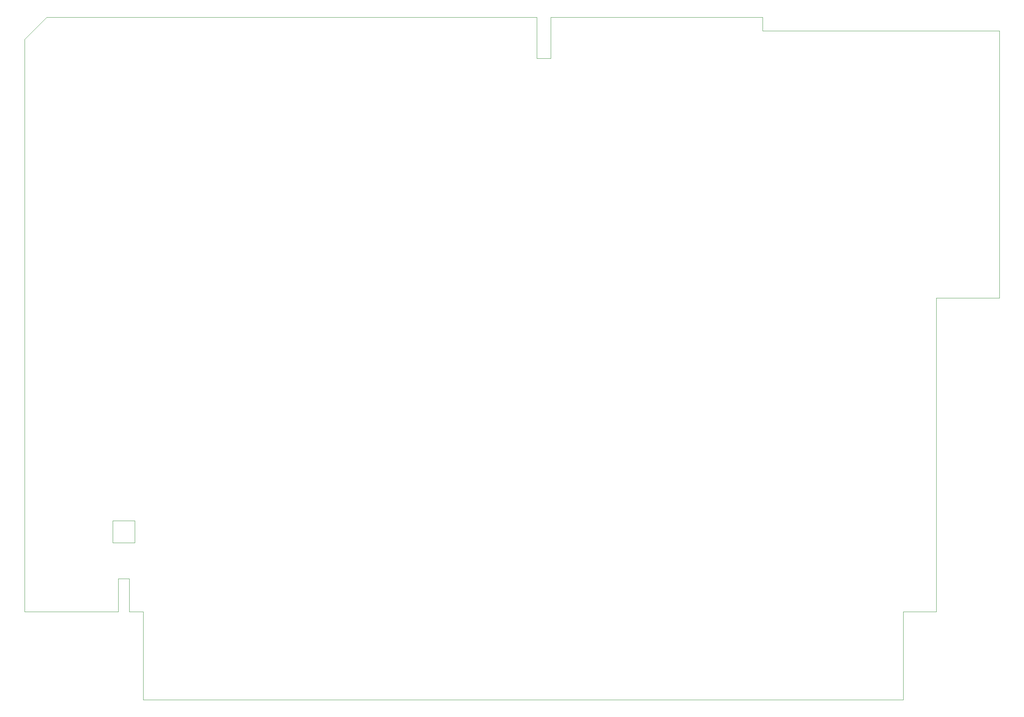
<source format=gbr>
G04 (created by PCBNEW (2013-07-07 BZR 4022)-stable) date 28/12/2022 13:18:45*
%MOIN*%
G04 Gerber Fmt 3.4, Leading zero omitted, Abs format*
%FSLAX34Y34*%
G01*
G70*
G90*
G04 APERTURE LIST*
%ADD10C,0.00590551*%
%ADD11C,0.00393701*%
G04 APERTURE END LIST*
G54D10*
G54D11*
X8000Y-45750D02*
X8000Y-47750D01*
X10000Y-45750D02*
X8000Y-45750D01*
X10000Y-47750D02*
X10000Y-45750D01*
X8000Y-47750D02*
X10000Y-47750D01*
X8500Y-54000D02*
X0Y-54000D01*
X9500Y-54000D02*
X10750Y-54000D01*
X9500Y-51000D02*
X9500Y-54000D01*
X8500Y-51000D02*
X9500Y-51000D01*
X8500Y-54000D02*
X8500Y-51000D01*
X88500Y-1250D02*
X88500Y-25500D01*
X67000Y-1250D02*
X88500Y-1250D01*
X67000Y0D02*
X67000Y-1250D01*
X47750Y0D02*
X67000Y0D01*
X46500Y0D02*
X2000Y0D01*
X47750Y-3750D02*
X47750Y0D01*
X46500Y-3750D02*
X47750Y-3750D01*
X46500Y0D02*
X46500Y-3750D01*
X0Y-2000D02*
X2000Y0D01*
X0Y-54000D02*
X0Y-2000D01*
X10750Y-62000D02*
X10750Y-54000D01*
X79750Y-62000D02*
X10750Y-62000D01*
X82750Y-25500D02*
X88500Y-25500D01*
X82750Y-54000D02*
X82750Y-25500D01*
X79750Y-54000D02*
X82750Y-54000D01*
X79750Y-62000D02*
X79750Y-54000D01*
M02*

</source>
